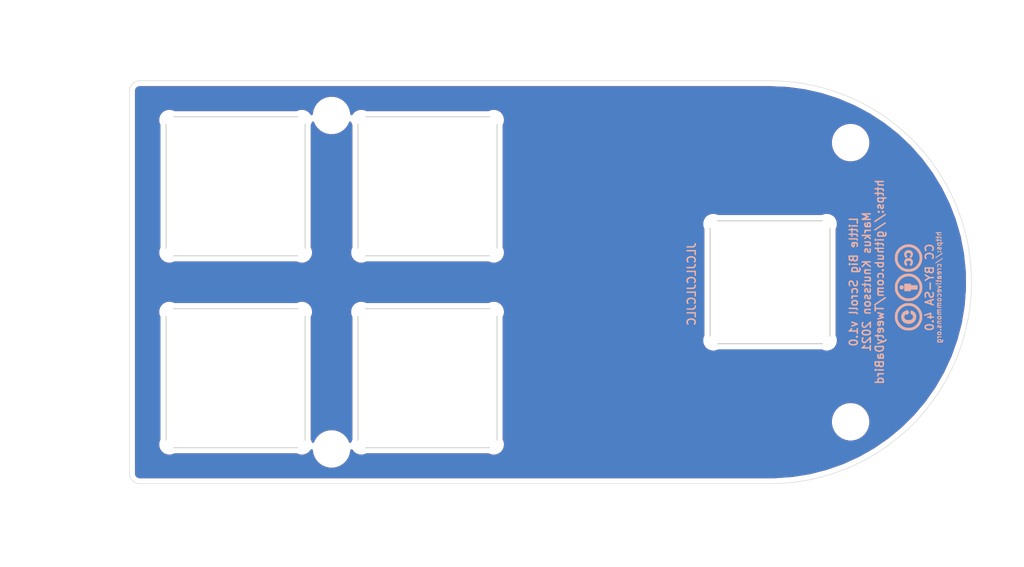
<source format=kicad_pcb>
(kicad_pcb (version 20171130) (host pcbnew "(5.1.9)-1")

  (general
    (thickness 1.6)
    (drawings 15)
    (tracks 0)
    (zones 0)
    (modules 10)
    (nets 1)
  )

  (page A4)
  (title_block
    (title "Little Big Scroll")
    (date 2021-11-30)
    (rev v1.0)
    (company "Markus Knutsson <markus.knutsson@tweety.se>")
    (comment 1 https://github.com/TweetyDaBird)
    (comment 2 "Licensed under Creative Commons Attribution-ShareAlike 4.0 International")
  )

  (layers
    (0 F.Cu signal)
    (31 B.Cu signal)
    (32 B.Adhes user hide)
    (33 F.Adhes user hide)
    (34 B.Paste user hide)
    (35 F.Paste user hide)
    (36 B.SilkS user)
    (37 F.SilkS user)
    (38 B.Mask user hide)
    (39 F.Mask user hide)
    (40 Dwgs.User user hide)
    (41 Cmts.User user hide)
    (42 Eco1.User user hide)
    (43 Eco2.User user hide)
    (44 Edge.Cuts user)
    (45 Margin user hide)
    (46 B.CrtYd user hide)
    (47 F.CrtYd user hide)
    (48 B.Fab user hide)
    (49 F.Fab user hide)
  )

  (setup
    (last_trace_width 0.25)
    (trace_clearance 0.2)
    (zone_clearance 0.508)
    (zone_45_only yes)
    (trace_min 0.2)
    (via_size 0.8)
    (via_drill 0.4)
    (via_min_size 0.4)
    (via_min_drill 0.3)
    (uvia_size 0.3)
    (uvia_drill 0.1)
    (uvias_allowed no)
    (uvia_min_size 0.2)
    (uvia_min_drill 0.1)
    (edge_width 0.05)
    (segment_width 0.2)
    (pcb_text_width 0.3)
    (pcb_text_size 1.5 1.5)
    (mod_edge_width 0.12)
    (mod_text_size 1 1)
    (mod_text_width 0.15)
    (pad_size 1.524 1.524)
    (pad_drill 0.762)
    (pad_to_mask_clearance 0)
    (aux_axis_origin 0 0)
    (visible_elements 7FFFFFFF)
    (pcbplotparams
      (layerselection 0x010fc_ffffffff)
      (usegerberextensions true)
      (usegerberattributes true)
      (usegerberadvancedattributes false)
      (creategerberjobfile false)
      (excludeedgelayer true)
      (linewidth 0.100000)
      (plotframeref false)
      (viasonmask false)
      (mode 1)
      (useauxorigin false)
      (hpglpennumber 1)
      (hpglpenspeed 20)
      (hpglpendiameter 15.000000)
      (psnegative false)
      (psa4output false)
      (plotreference true)
      (plotvalue false)
      (plotinvisibletext false)
      (padsonsilk false)
      (subtractmaskfromsilk true)
      (outputformat 1)
      (mirror false)
      (drillshape 0)
      (scaleselection 1)
      (outputdirectory "Gerbers/"))
  )

  (net 0 "")

  (net_class Default "This is the default net class."
    (clearance 0.2)
    (trace_width 0.25)
    (via_dia 0.8)
    (via_drill 0.4)
    (uvia_dia 0.3)
    (uvia_drill 0.1)
  )

  (net_class VCC ""
    (clearance 0.2)
    (trace_width 0.45)
    (via_dia 0.8)
    (via_drill 0.4)
    (uvia_dia 0.3)
    (uvia_drill 0.1)
  )

  (module keyswitches:RotaryEncoder_PlateHole_Placeholder (layer F.Cu) (tedit 61D5FD4F) (tstamp 619F23CE)
    (at 219.38 111.555 180)
    (descr "Alps rotary encoder, EC12E... with switch, vertical shaft, http://www.alps.com/prod/info/E/HTML/Encoder/Incremental/EC11/EC11E15204A3.html")
    (tags "rotary encoder")
    (path /61F0CC2E)
    (fp_text reference SW7 (at -4.7 -7.2) (layer F.Fab)
      (effects (font (size 1 1) (thickness 0.15)))
    )
    (fp_text value Rotary_Encoder_Switch (at 0 7.9) (layer F.Fab)
      (effects (font (size 1 1) (thickness 0.15)))
    )
    (fp_line (start 5.95 -6.1) (end 5.95 6.1) (layer Edge.Cuts) (width 0.12))
    (fp_line (start -5.95 -6.1) (end -5.95 6.1) (layer Edge.Cuts) (width 0.12))
    (fp_line (start 5.95 -6.1) (end -5.95 -6.1) (layer Edge.Cuts) (width 0.12))
    (fp_line (start 5.95 6.1) (end -5.95 6.1) (layer Edge.Cuts) (width 0.12))
    (pad "" np_thru_hole circle (at 5.6286 5.7786 180) (size 1 1) (drill 1) (layers *.Cu *.Mask))
    (pad "" np_thru_hole circle (at -5.6286 -5.7786 180) (size 1 1) (drill 1) (layers *.Cu *.Mask))
    (pad "" np_thru_hole circle (at -5.6286 5.7786 180) (size 1 1) (drill 1) (layers *.Cu *.Mask))
    (pad "" np_thru_hole circle (at 5.6286 -5.7786 180) (size 1 1) (drill 1) (layers *.Cu *.Mask))
    (model ${KISYS3DMOD}/Rotary_Encoder.3dshapes/RotaryEncoder_Alps_EC11E-Switch_Vertical_H20mm.wrl
      (at (xyz 0 0 0))
      (scale (xyz 1 1 1))
      (rotate (xyz 0 0 0))
    )
  )

  (module "Keyboard Library:CC_BY_SA_40" (layer B.Cu) (tedit 61A8945C) (tstamp 61A913A6)
    (at 233.06 112.11 270)
    (path /61A8B584)
    (fp_text reference Lic1 (at -0.24 2.42 90) (layer B.Fab) hide
      (effects (font (size 0.8 0.8) (thickness 0.15)) (justify mirror))
    )
    (fp_text value CC-BY-SA_4.0 (at -0.19 3.93 90) (layer B.Fab)
      (effects (font (size 0.8 0.8) (thickness 0.15)) (justify mirror))
    )
    (fp_poly (pts (xy 2.926022 0.651376) (xy 3.024018 0.638898) (xy 3.07798 0.626859) (xy 3.140861 0.606141)
      (xy 3.205826 0.576626) (xy 3.268999 0.540591) (xy 3.3265 0.500311) (xy 3.374452 0.458061)
      (xy 3.385369 0.446489) (xy 3.423185 0.398898) (xy 3.460707 0.341614) (xy 3.495292 0.279265)
      (xy 3.524295 0.21648) (xy 3.53882 0.17787) (xy 3.556121 0.112329) (xy 3.567883 0.037315)
      (xy 3.574001 -0.04319) (xy 3.574369 -0.1252) (xy 3.568882 -0.204732) (xy 3.557437 -0.277801)
      (xy 3.551491 -0.303091) (xy 3.519188 -0.400088) (xy 3.475356 -0.489302) (xy 3.420785 -0.569931)
      (xy 3.356263 -0.641174) (xy 3.282577 -0.70223) (xy 3.200517 -0.752298) (xy 3.11087 -0.790576)
      (xy 3.05567 -0.807069) (xy 3.00771 -0.816775) (xy 2.952305 -0.823985) (xy 2.894108 -0.828417)
      (xy 2.83777 -0.82979) (xy 2.787944 -0.827821) (xy 2.762686 -0.824849) (xy 2.67688 -0.804407)
      (xy 2.594728 -0.771928) (xy 2.51805 -0.728695) (xy 2.448667 -0.67599) (xy 2.388399 -0.615095)
      (xy 2.339066 -0.547292) (xy 2.319989 -0.513035) (xy 2.305521 -0.480487) (xy 2.290958 -0.44112)
      (xy 2.27745 -0.398847) (xy 2.266145 -0.357579) (xy 2.258193 -0.32123) (xy 2.254744 -0.293711)
      (xy 2.254686 -0.290742) (xy 2.256472 -0.287446) (xy 2.262886 -0.284959) (xy 2.275514 -0.283205)
      (xy 2.295941 -0.282107) (xy 2.325752 -0.28159) (xy 2.366533 -0.281577) (xy 2.419869 -0.281994)
      (xy 2.4343 -0.282145) (xy 2.613914 -0.284086) (xy 2.615091 -0.307507) (xy 2.621854 -0.34593)
      (xy 2.63697 -0.387443) (xy 2.657913 -0.425531) (xy 2.664392 -0.434584) (xy 2.699091 -0.468748)
      (xy 2.743663 -0.495431) (xy 2.795239 -0.514105) (xy 2.85095 -0.524242) (xy 2.907928 -0.525312)
      (xy 2.963304 -0.516788) (xy 3.012879 -0.498801) (xy 3.06281 -0.467461) (xy 3.105137 -0.425944)
      (xy 3.140539 -0.373315) (xy 3.169696 -0.308637) (xy 3.185113 -0.261458) (xy 3.191325 -0.238224)
      (xy 3.195769 -0.216245) (xy 3.198724 -0.192377) (xy 3.200468 -0.163474) (xy 3.201281 -0.126393)
      (xy 3.20144 -0.077989) (xy 3.201439 -0.077257) (xy 3.200491 -0.01359) (xy 3.197513 0.038723)
      (xy 3.192004 0.082761) (xy 3.183461 0.121603) (xy 3.17138 0.158328) (xy 3.157695 0.19075)
      (xy 3.125704 0.245065) (xy 3.084906 0.287986) (xy 3.035798 0.319257) (xy 2.97888 0.338624)
      (xy 2.914649 0.345829) (xy 2.860863 0.34297) (xy 2.817995 0.336821) (xy 2.784672 0.328958)
      (xy 2.755927 0.317911) (xy 2.730412 0.304351) (xy 2.6901 0.273499) (xy 2.656081 0.233431)
      (xy 2.631385 0.18825) (xy 2.621481 0.156786) (xy 2.61639 0.1332) (xy 2.664138 0.1332)
      (xy 2.690108 0.13266) (xy 2.704659 0.130493) (xy 2.710863 0.125878) (xy 2.711886 0.120426)
      (xy 2.706896 0.111906) (xy 2.693048 0.095102) (xy 2.67202 0.071704) (xy 2.645492 0.0434)
      (xy 2.615144 0.01188) (xy 2.582654 -0.021167) (xy 2.549703 -0.054051) (xy 2.51797 -0.085084)
      (xy 2.489134 -0.112577) (xy 2.464875 -0.134839) (xy 2.446872 -0.150183) (xy 2.436804 -0.156918)
      (xy 2.435969 -0.157086) (xy 2.427528 -0.152065) (xy 2.410855 -0.138129) (xy 2.387628 -0.116968)
      (xy 2.359526 -0.090272) (xy 2.328225 -0.059732) (xy 2.295405 -0.027037) (xy 2.262742 0.006122)
      (xy 2.231914 0.038055) (xy 2.2046 0.067072) (xy 2.182476 0.091482) (xy 2.167221 0.109597)
      (xy 2.160513 0.119724) (xy 2.160343 0.120572) (xy 2.16224 0.127131) (xy 2.16988 0.130963)
      (xy 2.186185 0.132757) (xy 2.213947 0.1332) (xy 2.267552 0.1332) (xy 2.272459 0.165922)
      (xy 2.281121 0.205192) (xy 2.295752 0.251724) (xy 2.314597 0.300489) (xy 2.334478 0.343657)
      (xy 2.379798 0.417968) (xy 2.435421 0.482847) (xy 2.500284 0.537888) (xy 2.573325 0.582688)
      (xy 2.653482 0.616841) (xy 2.739692 0.639943) (xy 2.830893 0.65159) (xy 2.926022 0.651376)) (layer B.SilkS) (width 0.01))
    (fp_poly (pts (xy -0.008247 0.810637) (xy 0.015762 0.808152) (xy 0.035917 0.802684) (xy 0.057538 0.793148)
      (xy 0.064578 0.789601) (xy 0.099906 0.7674) (xy 0.125046 0.740918) (xy 0.14144 0.70758)
      (xy 0.150529 0.664813) (xy 0.153175 0.631372) (xy 0.153555 0.593754) (xy 0.151636 0.559446)
      (xy 0.147731 0.533797) (xy 0.147359 0.532343) (xy 0.13232 0.499676) (xy 0.107019 0.468478)
      (xy 0.0755 0.442672) (xy 0.041805 0.426184) (xy 0.036429 0.42466) (xy 0.002203 0.419237)
      (xy -0.039229 0.417265) (xy -0.081268 0.418724) (xy -0.117315 0.423592) (xy -0.124094 0.425199)
      (xy -0.148417 0.436259) (xy -0.175765 0.456063) (xy -0.186918 0.466177) (xy -0.209239 0.491076)
      (xy -0.224314 0.517069) (xy -0.233124 0.547461) (xy -0.236654 0.585557) (xy -0.236032 0.631372)
      (xy -0.230855 0.68151) (xy -0.219294 0.720574) (xy -0.199907 0.751139) (xy -0.171253 0.775778)
      (xy -0.147435 0.789601) (xy -0.124451 0.80047) (xy -0.104421 0.806968) (xy -0.082028 0.810179)
      (xy -0.051951 0.811189) (xy -0.041428 0.811224) (xy -0.008247 0.810637)) (layer B.SilkS) (width 0.01))
    (fp_poly (pts (xy 0.037166 0.358141) (xy 0.10256 0.357943) (xy 0.156064 0.357421) (xy 0.198991 0.356415)
      (xy 0.232655 0.354768) (xy 0.258368 0.35232) (xy 0.277442 0.348915) (xy 0.29119 0.344393)
      (xy 0.300925 0.338596) (xy 0.307958 0.331366) (xy 0.313604 0.322545) (xy 0.317677 0.314866)
      (xy 0.320463 0.307632) (xy 0.32275 0.296834) (xy 0.324585 0.281131) (xy 0.326014 0.259181)
      (xy 0.327082 0.229641) (xy 0.327838 0.19117) (xy 0.328325 0.142427) (xy 0.328592 0.082069)
      (xy 0.328684 0.008754) (xy 0.328686 -0.004325) (xy 0.328686 -0.302229) (xy 0.176434 -0.302229)
      (xy 0.174545 -0.630614) (xy 0.172657 -0.959) (xy -0.038297 -0.960922) (xy -0.092244 -0.961248)
      (xy -0.141432 -0.961228) (xy -0.184004 -0.960889) (xy -0.218099 -0.960257) (xy -0.241861 -0.959357)
      (xy -0.25343 -0.958216) (xy -0.254197 -0.957898) (xy -0.25522 -0.949837) (xy -0.256171 -0.928742)
      (xy -0.257028 -0.896095) (xy -0.25777 -0.853375) (xy -0.258374 -0.802063) (xy -0.258818 -0.74364)
      (xy -0.259079 -0.679586) (xy -0.259143 -0.627591) (xy -0.259143 -0.302229) (xy -0.411543 -0.302229)
      (xy -0.411543 -0.004325) (xy -0.411475 0.071196) (xy -0.411239 0.133546) (xy -0.41079 0.184065)
      (xy -0.410081 0.224096) (xy -0.409066 0.25498) (xy -0.407698 0.27806) (xy -0.405931 0.294677)
      (xy -0.40372 0.306172) (xy -0.401017 0.313888) (xy -0.400534 0.314866) (xy -0.39507 0.324972)
      (xy -0.389193 0.33337) (xy -0.381591 0.340216) (xy -0.37095 0.34567) (xy -0.355959 0.34989)
      (xy -0.335304 0.353034) (xy -0.307674 0.355261) (xy -0.271755 0.356729) (xy -0.226235 0.357595)
      (xy -0.169801 0.358019) (xy -0.101141 0.358158) (xy -0.041428 0.358171) (xy 0.037166 0.358141)) (layer B.SilkS) (width 0.01))
    (fp_poly (pts (xy -2.516114 0.356123) (xy -2.4467 0.349329) (xy -2.387015 0.335194) (xy -2.333734 0.312719)
      (xy -2.296787 0.290347) (xy -2.271649 0.270987) (xy -2.245306 0.247145) (xy -2.220136 0.221433)
      (xy -2.198517 0.196465) (xy -2.182827 0.174853) (xy -2.175441 0.159209) (xy -2.175168 0.156706)
      (xy -2.180648 0.148247) (xy -2.19741 0.135587) (xy -2.22615 0.118268) (xy -2.267564 0.095833)
      (xy -2.269193 0.09498) (xy -2.363079 0.045874) (xy -2.393159 0.086592) (xy -2.425063 0.121679)
      (xy -2.460248 0.143617) (xy -2.501248 0.153748) (xy -2.52179 0.154812) (xy -2.570586 0.148715)
      (xy -2.611786 0.130512) (xy -2.644468 0.100984) (xy -2.66771 0.060913) (xy -2.678937 0.021518)
      (xy -2.681579 -0.002373) (xy -2.683145 -0.035828) (xy -2.683614 -0.073933) (xy -2.682969 -0.111775)
      (xy -2.681191 -0.144442) (xy -2.679622 -0.15917) (xy -2.668683 -0.197401) (xy -2.648279 -0.234445)
      (xy -2.621341 -0.26635) (xy -2.590803 -0.289165) (xy -2.579142 -0.294526) (xy -2.55244 -0.300278)
      (xy -2.518191 -0.301939) (xy -2.482726 -0.299668) (xy -2.452376 -0.293621) (xy -2.445504 -0.291211)
      (xy -2.430415 -0.283302) (xy -2.415505 -0.270871) (xy -2.398779 -0.251722) (xy -2.378243 -0.22366)
      (xy -2.360888 -0.198072) (xy -2.356569 -0.193112) (xy -2.350483 -0.191218) (xy -2.340429 -0.193092)
      (xy -2.324207 -0.199436) (xy -2.299619 -0.210954) (xy -2.264463 -0.228346) (xy -2.261669 -0.229742)
      (xy -2.228816 -0.246239) (xy -2.200903 -0.260404) (xy -2.18036 -0.270992) (xy -2.169618 -0.27676)
      (xy -2.168652 -0.277379) (xy -2.169818 -0.28542) (xy -2.178965 -0.301375) (xy -2.194086 -0.322625)
      (xy -2.213179 -0.34655) (xy -2.234238 -0.370532) (xy -2.255257 -0.391949) (xy -2.259017 -0.395454)
      (xy -2.318818 -0.441312) (xy -2.385086 -0.476075) (xy -2.439625 -0.494413) (xy -2.477086 -0.500817)
      (xy -2.522791 -0.503992) (xy -2.570811 -0.503839) (xy -2.615219 -0.500262) (xy -2.632228 -0.497551)
      (xy -2.700098 -0.477645) (xy -2.763203 -0.445781) (xy -2.819348 -0.403594) (xy -2.866338 -0.352717)
      (xy -2.900373 -0.298076) (xy -2.921479 -0.249659) (xy -2.935695 -0.202011) (xy -2.94397 -0.150595)
      (xy -2.947258 -0.090873) (xy -2.947413 -0.073629) (xy -2.94438 0.000853) (xy -2.934434 0.06461)
      (xy -2.916664 0.120133) (xy -2.890161 0.169911) (xy -2.854014 0.216435) (xy -2.833695 0.237628)
      (xy -2.778467 0.285415) (xy -2.721787 0.320276) (xy -2.661257 0.343106) (xy -2.594479 0.3548)
      (xy -2.519054 0.356252) (xy -2.516114 0.356123)) (layer B.SilkS) (width 0.01))
    (fp_poly (pts (xy -3.243366 0.352482) (xy -3.170065 0.335739) (xy -3.104734 0.308278) (xy -3.066782 0.284533)
      (xy -3.041582 0.263871) (xy -3.016778 0.239445) (xy -2.994178 0.213616) (xy -2.975588 0.188745)
      (xy -2.962815 0.167192) (xy -2.957666 0.151319) (xy -2.959743 0.14469) (xy -2.966781 0.140652)
      (xy -2.984334 0.131127) (xy -3.010065 0.117368) (xy -3.041634 0.100629) (xy -3.056287 0.092899)
      (xy -3.092968 0.073751) (xy -3.118977 0.060806) (xy -3.136385 0.053321) (xy -3.147264 0.050554)
      (xy -3.153686 0.051761) (xy -3.157723 0.056201) (xy -3.157887 0.056473) (xy -3.187 0.098888)
      (xy -3.217052 0.128319) (xy -3.250258 0.146244) (xy -3.288835 0.154136) (xy -3.305562 0.154812)
      (xy -3.350018 0.149828) (xy -3.386755 0.133813) (xy -3.417197 0.105778) (xy -3.442767 0.064736)
      (xy -3.446454 0.057) (xy -3.453663 0.039634) (xy -3.458473 0.022352) (xy -3.46135 0.001616)
      (xy -3.462759 -0.026113) (xy -3.463168 -0.064373) (xy -3.463171 -0.07) (xy -3.462854 -0.109817)
      (xy -3.461591 -0.138666) (xy -3.458917 -0.160087) (xy -3.454367 -0.177618) (xy -3.447475 -0.194798)
      (xy -3.446471 -0.197) (xy -3.423808 -0.235827) (xy -3.395724 -0.267886) (xy -3.365414 -0.289662)
      (xy -3.35999 -0.292208) (xy -3.325824 -0.300825) (xy -3.285836 -0.301868) (xy -3.246405 -0.295626)
      (xy -3.220168 -0.2859) (xy -3.196558 -0.269054) (xy -3.171947 -0.244053) (xy -3.150897 -0.216149)
      (xy -3.138348 -0.191722) (xy -3.131901 -0.189844) (xy -3.115467 -0.194495) (xy -3.088174 -0.205988)
      (xy -3.055748 -0.221389) (xy -3.015752 -0.240995) (xy -2.987219 -0.255545) (xy -2.968679 -0.266563)
      (xy -2.958661 -0.275578) (xy -2.955693 -0.284117) (xy -2.958306 -0.293708) (xy -2.965027 -0.305877)
      (xy -2.968585 -0.311891) (xy -2.989227 -0.340212) (xy -3.018873 -0.372115) (xy -3.053778 -0.40424)
      (xy -3.090197 -0.433231) (xy -3.124386 -0.455728) (xy -3.135623 -0.461687) (xy -3.208504 -0.489188)
      (xy -3.28561 -0.503308) (xy -3.365072 -0.503838) (xy -3.428513 -0.49446) (xy -3.488911 -0.474741)
      (xy -3.548195 -0.443229) (xy -3.602787 -0.402433) (xy -3.649108 -0.354863) (xy -3.671515 -0.324)
      (xy -3.683983 -0.300863) (xy -3.697714 -0.269953) (xy -3.709992 -0.237453) (xy -3.711388 -0.233286)
      (xy -3.719487 -0.206943) (xy -3.724964 -0.183396) (xy -3.728326 -0.158566) (xy -3.730081 -0.128374)
      (xy -3.730736 -0.088743) (xy -3.730786 -0.077257) (xy -3.728003 -0.00174) (xy -3.718599 0.062787)
      (xy -3.701717 0.118654) (xy -3.676498 0.168191) (xy -3.642086 0.213729) (xy -3.612549 0.244022)
      (xy -3.553499 0.291822) (xy -3.491444 0.326129) (xy -3.424419 0.347719) (xy -3.350453 0.357366)
      (xy -3.32309 0.358064) (xy -3.243366 0.352482)) (layer B.SilkS) (width 0.01))
    (fp_poly (pts (xy 2.94454 1.279734) (xy 2.997844 1.279382) (xy 3.040793 1.278668) (xy 3.075465 1.27749)
      (xy 3.103939 1.275743) (xy 3.128293 1.273323) (xy 3.150607 1.270128) (xy 3.172958 1.266054)
      (xy 3.178832 1.264879) (xy 3.280827 1.239555) (xy 3.37985 1.205195) (xy 3.477926 1.160839)
      (xy 3.577084 1.105527) (xy 3.679351 1.038301) (xy 3.720587 1.008594) (xy 3.764433 0.972956)
      (xy 3.813203 0.92767) (xy 3.864367 0.875543) (xy 3.9154 0.819382) (xy 3.963771 0.761994)
      (xy 4.006953 0.706186) (xy 4.042417 0.654765) (xy 4.049469 0.643437) (xy 4.073843 0.600336)
      (xy 4.100282 0.548614) (xy 4.126601 0.492966) (xy 4.15062 0.438088) (xy 4.170155 0.388675)
      (xy 4.177039 0.369057) (xy 4.190613 0.326737) (xy 4.201613 0.288304) (xy 4.210301 0.2515)
      (xy 4.216941 0.214067) (xy 4.221796 0.173748) (xy 4.225128 0.128283) (xy 4.227202 0.075416)
      (xy 4.228279 0.012888) (xy 4.228624 -0.061558) (xy 4.228629 -0.073629) (xy 4.228533 -0.140084)
      (xy 4.228179 -0.194058) (xy 4.227471 -0.237582) (xy 4.226309 -0.272687) (xy 4.224596 -0.301405)
      (xy 4.222233 -0.325767) (xy 4.219124 -0.347805) (xy 4.215169 -0.369551) (xy 4.214104 -0.374853)
      (xy 4.181174 -0.501314) (xy 4.134702 -0.623636) (xy 4.074509 -0.742168) (xy 4.000416 -0.857262)
      (xy 3.913129 -0.968243) (xy 3.865764 -1.021024) (xy 3.819902 -1.066771) (xy 3.771836 -1.108724)
      (xy 3.717857 -1.150123) (xy 3.655314 -1.193502) (xy 3.537108 -1.265438) (xy 3.415141 -1.326069)
      (xy 3.291613 -1.374416) (xy 3.169086 -1.409419) (xy 3.143138 -1.413562) (xy 3.105199 -1.417132)
      (xy 3.057782 -1.420095) (xy 3.003401 -1.422419) (xy 2.944569 -1.424071) (xy 2.8838 -1.425019)
      (xy 2.823606 -1.42523) (xy 2.7665 -1.424672) (xy 2.714997 -1.423311) (xy 2.671609 -1.421117)
      (xy 2.63885 -1.418055) (xy 2.628429 -1.416421) (xy 2.5248 -1.392008) (xy 2.420898 -1.358602)
      (xy 2.320366 -1.31768) (xy 2.22685 -1.270721) (xy 2.146827 -1.221172) (xy 2.121409 -1.203657)
      (xy 2.099551 -1.188742) (xy 2.084728 -1.178792) (xy 2.081518 -1.176714) (xy 2.045777 -1.151402)
      (xy 2.00386 -1.116977) (xy 1.958354 -1.075898) (xy 1.911847 -1.030622) (xy 1.866926 -0.983609)
      (xy 1.826178 -0.937315) (xy 1.814169 -0.922714) (xy 1.729674 -0.807064) (xy 1.65867 -0.686399)
      (xy 1.601274 -0.560962) (xy 1.557601 -0.430992) (xy 1.538477 -0.353029) (xy 1.533703 -0.321569)
      (xy 1.52988 -0.278251) (xy 1.527009 -0.2257) (xy 1.52509 -0.166539) (xy 1.524121 -0.103395)
      (xy 1.524113 -0.07) (xy 1.779914 -0.07) (xy 1.784222 -0.186908) (xy 1.797643 -0.294046)
      (xy 1.820527 -0.393215) (xy 1.853219 -0.486212) (xy 1.866033 -0.515448) (xy 1.886278 -0.55478)
      (xy 1.913038 -0.599899) (xy 1.944554 -0.648414) (xy 1.979065 -0.697934) (xy 2.014813 -0.746069)
      (xy 2.050037 -0.790428) (xy 2.082976 -0.82862) (xy 2.111873 -0.858255) (xy 2.129228 -0.872983)
      (xy 2.149999 -0.889187) (xy 2.175102 -0.909892) (xy 2.193 -0.925286) (xy 2.270086 -0.985781)
      (xy 2.355185 -1.039445) (xy 2.445147 -1.084748) (xy 2.536824 -1.120163) (xy 2.627065 -1.14416)
      (xy 2.653829 -1.148974) (xy 2.75161 -1.161792) (xy 2.842501 -1.16764) (xy 2.9323 -1.166591)
      (xy 3.026807 -1.158718) (xy 3.063857 -1.154126) (xy 3.170228 -1.133737) (xy 3.271561 -1.101222)
      (xy 3.370293 -1.055696) (xy 3.431601 -1.020341) (xy 3.470763 -0.994465) (xy 3.516233 -0.961899)
      (xy 3.563739 -0.92589) (xy 3.609009 -0.889683) (xy 3.647769 -0.856525) (xy 3.650766 -0.853826)
      (xy 3.680189 -0.824054) (xy 3.714515 -0.784139) (xy 3.751755 -0.736708) (xy 3.789917 -0.68439)
      (xy 3.827012 -0.629814) (xy 3.859613 -0.578) (xy 3.870707 -0.556582) (xy 3.88457 -0.525518)
      (xy 3.899532 -0.48898) (xy 3.913924 -0.45114) (xy 3.926076 -0.41617) (xy 3.931739 -0.397806)
      (xy 3.948148 -0.326927) (xy 3.960235 -0.245975) (xy 3.967815 -0.158791) (xy 3.970701 -0.069215)
      (xy 3.968708 0.018914) (xy 3.961649 0.101755) (xy 3.957402 0.132318) (xy 3.932407 0.245264)
      (xy 3.893532 0.354846) (xy 3.841152 0.460428) (xy 3.775644 0.561372) (xy 3.697383 0.657039)
      (xy 3.606745 0.746794) (xy 3.582743 0.767768) (xy 3.482858 0.844782) (xy 3.379736 0.908333)
      (xy 3.274044 0.958034) (xy 3.219886 0.977754) (xy 3.146911 0.996993) (xy 3.064011 1.010684)
      (xy 2.974381 1.018859) (xy 2.881218 1.02155) (xy 2.787718 1.018789) (xy 2.697078 1.010608)
      (xy 2.612494 0.99704) (xy 2.537162 0.978115) (xy 2.514811 0.970677) (xy 2.466472 0.9513)
      (xy 2.413255 0.926489) (xy 2.359916 0.898712) (xy 2.311209 0.870439) (xy 2.273842 0.845574)
      (xy 2.237189 0.817492) (xy 2.197301 0.784762) (xy 2.156753 0.749704) (xy 2.118119 0.714642)
      (xy 2.083974 0.681898) (xy 2.05689 0.653794) (xy 2.042599 0.636947) (xy 1.977085 0.547989)
      (xy 1.922546 0.465347) (xy 1.878174 0.386854) (xy 1.843166 0.310343) (xy 1.816716 0.233649)
      (xy 1.79802 0.154604) (xy 1.786272 0.071044) (xy 1.780668 -0.019199) (xy 1.779914 -0.07)
      (xy 1.524113 -0.07) (xy 1.524104 -0.038892) (xy 1.525039 0.024345) (xy 1.526925 0.083692)
      (xy 1.529762 0.136524) (xy 1.533551 0.180215) (xy 1.538291 0.212142) (xy 1.538477 0.213028)
      (xy 1.57179 0.33619) (xy 1.618483 0.457966) (xy 1.67743 0.576592) (xy 1.747501 0.690308)
      (xy 1.827567 0.797351) (xy 1.916502 0.895959) (xy 2.013176 0.98437) (xy 2.052224 1.01532)
      (xy 2.131582 1.072859) (xy 2.206163 1.120704) (xy 2.279716 1.160907) (xy 2.35599 1.195521)
      (xy 2.437246 1.226085) (xy 2.479764 1.240254) (xy 2.518294 1.251729) (xy 2.555109 1.260785)
      (xy 2.592479 1.2677) (xy 2.632677 1.272749) (xy 2.677973 1.27621) (xy 2.730641 1.278358)
      (xy 2.79295 1.279471) (xy 2.867173 1.279824) (xy 2.8788 1.279828) (xy 2.94454 1.279734)) (layer B.SilkS) (width 0.01))
    (fp_poly (pts (xy 0.026093 1.279569) (xy 0.08757 1.278896) (xy 0.13898 1.277462) (xy 0.182545 1.275036)
      (xy 0.220489 1.271384) (xy 0.255032 1.266274) (xy 0.288397 1.259472) (xy 0.322806 1.250746)
      (xy 0.360483 1.239863) (xy 0.375139 1.235413) (xy 0.461392 1.205654) (xy 0.543829 1.169924)
      (xy 0.625625 1.126581) (xy 0.709954 1.073985) (xy 0.775 1.02876) (xy 0.811688 1.000214)
      (xy 0.853513 0.964304) (xy 0.897507 0.923893) (xy 0.940697 0.881842) (xy 0.980114 0.841013)
      (xy 1.012785 0.804267) (xy 1.028549 0.784529) (xy 1.048709 0.757774) (xy 1.07054 0.728986)
      (xy 1.08001 0.716569) (xy 1.120058 0.65844) (xy 1.16002 0.589878) (xy 1.197981 0.514846)
      (xy 1.23203 0.437309) (xy 1.260251 0.361231) (xy 1.275171 0.312228) (xy 1.286862 0.26796)
      (xy 1.296175 0.22843) (xy 1.303334 0.191191) (xy 1.308563 0.153794) (xy 1.312086 0.113792)
      (xy 1.314127 0.068737) (xy 1.314909 0.016182) (xy 1.314656 -0.046321) (xy 1.313782 -0.109914)
      (xy 1.312685 -0.172079) (xy 1.311546 -0.221931) (xy 1.310195 -0.261673) (xy 1.308464 -0.293506)
      (xy 1.306183 -0.319633) (xy 1.303182 -0.342255) (xy 1.299294 -0.363573) (xy 1.294348 -0.38579)
      (xy 1.291756 -0.396572) (xy 1.252961 -0.528941) (xy 1.202989 -0.652584) (xy 1.141144 -0.768817)
      (xy 1.066728 -0.878957) (xy 0.982277 -0.980772) (xy 0.903633 -1.059058) (xy 0.813629 -1.134259)
      (xy 0.715377 -1.204355) (xy 0.611993 -1.267329) (xy 0.506589 -1.321164) (xy 0.402281 -1.363842)
      (xy 0.378443 -1.371976) (xy 0.327918 -1.387846) (xy 0.282176 -1.400421) (xy 0.238471 -1.410053)
      (xy 0.194059 -1.41709) (xy 0.146194 -1.421884) (xy 0.092131 -1.424784) (xy 0.029124 -1.426142)
      (xy -0.045572 -1.426307) (xy -0.04724 -1.426301) (xy -0.128041 -1.425472) (xy -0.19451 -1.423702)
      (xy -0.246601 -1.420991) (xy -0.284271 -1.417341) (xy -0.2953 -1.415617) (xy -0.394 -1.392362)
      (xy -0.496328 -1.358599) (xy -0.598166 -1.316092) (xy -0.695395 -1.266605) (xy -0.783897 -1.211905)
      (xy -0.804401 -1.197459) (xy -0.823498 -1.184209) (xy -0.837819 -1.175357) (xy -0.843071 -1.173086)
      (xy -0.851904 -1.168436) (xy -0.86907 -1.155762) (xy -0.892327 -1.136976) (xy -0.91943 -1.113992)
      (xy -0.948133 -1.088723) (xy -0.976194 -1.063082) (xy -1.001367 -1.038982) (xy -1.007082 -1.033285)
      (xy -1.103242 -0.926524) (xy -1.187232 -0.812358) (xy -1.258687 -0.691445) (xy -1.317243 -0.564441)
      (xy -1.362535 -0.432002) (xy -1.380933 -0.360286) (xy -1.385112 -0.334126) (xy -1.388799 -0.296048)
      (xy -1.391941 -0.24864) (xy -1.394486 -0.194492) (xy -1.396383 -0.136193) (xy -1.397578 -0.076332)
      (xy -1.397733 -0.055579) (xy -1.137628 -0.055579) (xy -1.135808 -0.150235) (xy -1.12745 -0.241235)
      (xy -1.112556 -0.324795) (xy -1.103542 -0.359585) (xy -1.062221 -0.476464) (xy -1.00787 -0.58808)
      (xy -0.941328 -0.693444) (xy -0.863435 -0.79157) (xy -0.77503 -0.881467) (xy -0.676952 -0.962149)
      (xy -0.570043 -1.032627) (xy -0.498935 -1.071144) (xy -0.423026 -1.10535) (xy -0.349576 -1.130146)
      (xy -0.272175 -1.14749) (xy -0.226486 -1.154446) (xy -0.157341 -1.16262) (xy -0.096707 -1.167401)
      (xy -0.039944 -1.16878) (xy 0.017586 -1.166748) (xy 0.080523 -1.161295) (xy 0.143629 -1.153717)
      (xy 0.235013 -1.137536) (xy 0.321391 -1.113058) (xy 0.405092 -1.079237) (xy 0.488447 -1.035026)
      (xy 0.573785 -0.97938) (xy 0.637114 -0.932154) (xy 0.735463 -0.846802) (xy 0.821768 -0.753814)
      (xy 0.895701 -0.653568) (xy 0.936661 -0.585257) (xy 0.966594 -0.523978) (xy 0.993946 -0.455129)
      (xy 1.01719 -0.383441) (xy 1.034799 -0.313646) (xy 1.045248 -0.250475) (xy 1.045532 -0.2478)
      (xy 1.048525 -0.207285) (xy 1.050298 -0.158109) (xy 1.050918 -0.103394) (xy 1.050449 -0.046264)
      (xy 1.048958 0.010156) (xy 1.04651 0.062745) (xy 1.043171 0.108379) (xy 1.039007 0.143933)
      (xy 1.037056 0.154971) (xy 1.006424 0.269003) (xy 0.962547 0.379421) (xy 0.906488 0.485025)
      (xy 0.839315 0.584615) (xy 0.762094 0.676991) (xy 0.67589 0.760951) (xy 0.581769 0.835297)
      (xy 0.480798 0.898828) (xy 0.374041 0.950343) (xy 0.309339 0.974426) (xy 0.237381 0.99385)
      (xy 0.155918 1.008139) (xy 0.068039 1.017287) (xy -0.023167 1.021285) (xy -0.11461 1.020127)
      (xy -0.203202 1.013805) (xy -0.285853 1.002311) (xy -0.359475 0.985638) (xy -0.389771 0.976118)
      (xy -0.495295 0.932043) (xy -0.598257 0.87488) (xy -0.696805 0.80604) (xy -0.789085 0.726932)
      (xy -0.873244 0.638967) (xy -0.934558 0.561678) (xy -0.973951 0.502) (xy -1.012462 0.433814)
      (xy -1.047894 0.361656) (xy -1.078047 0.29006) (xy -1.100723 0.223562) (xy -1.103845 0.212467)
      (xy -1.121649 0.129557) (xy -1.13291 0.038946) (xy -1.137628 -0.055579) (xy -1.397733 -0.055579)
      (xy -1.398019 -0.017497) (xy -1.397655 0.037721) (xy -1.396433 0.086734) (xy -1.3943 0.126954)
      (xy -1.391334 0.154971) (xy -1.381584 0.208002) (xy -1.368503 0.265798) (xy -1.353475 0.322916)
      (xy -1.337886 0.373913) (xy -1.329922 0.396455) (xy -1.311559 0.441003) (xy -1.288259 0.491075)
      (xy -1.261604 0.543812) (xy -1.233172 0.596353) (xy -1.204544 0.645838) (xy -1.177299 0.689406)
      (xy -1.153018 0.724196) (xy -1.140087 0.740169) (xy -1.129829 0.752403) (xy -1.113302 0.772796)
      (xy -1.093155 0.798059) (xy -1.07986 0.814916) (xy -1.012793 0.891097) (xy -0.933816 0.964993)
      (xy -0.845523 1.034818) (xy -0.750511 1.098784) (xy -0.651374 1.155103) (xy -0.550707 1.201989)
      (xy -0.47882 1.228874) (xy -0.437691 1.24221) (xy -0.400986 1.253002) (xy -0.366448 1.261517)
      (xy -0.331822 1.26802) (xy -0.294853 1.272778) (xy -0.253284 1.276056) (xy -0.204859 1.27812)
      (xy -0.147324 1.279237) (xy -0.078421 1.279672) (xy -0.047673 1.279715) (xy 0.026093 1.279569)) (layer B.SilkS) (width 0.01))
    (fp_poly (pts (xy -2.889956 1.279658) (xy -2.836071 1.279349) (xy -2.792615 1.278689) (xy -2.757545 1.277578)
      (xy -2.728818 1.275918) (xy -2.704393 1.273608) (xy -2.682225 1.270551) (xy -2.660274 1.266646)
      (xy -2.651511 1.264909) (xy -2.529263 1.232956) (xy -2.408913 1.187364) (xy -2.291811 1.128995)
      (xy -2.17931 1.058713) (xy -2.072758 0.977383) (xy -1.973507 0.885868) (xy -1.882906 0.785033)
      (xy -1.863753 0.761023) (xy -1.788117 0.652511) (xy -1.723004 0.53485) (xy -1.669125 0.409587)
      (xy -1.62719 0.278269) (xy -1.610973 0.211049) (xy -1.60628 0.180323) (xy -1.602522 0.137696)
      (xy -1.599698 0.085754) (xy -1.597805 0.027081) (xy -1.596841 -0.03574) (xy -1.596803 -0.100123)
      (xy -1.597689 -0.163485) (xy -1.599498 -0.223241) (xy -1.602226 -0.276808) (xy -1.605871 -0.321601)
      (xy -1.610431 -0.355035) (xy -1.611486 -0.360286) (xy -1.64833 -0.497154) (xy -1.697853 -0.626971)
      (xy -1.760018 -0.749671) (xy -1.834791 -0.86519) (xy -1.922136 -0.973461) (xy -1.977197 -1.031573)
      (xy -2.017604 -1.070411) (xy -2.05742 -1.105987) (xy -2.094141 -1.136204) (xy -2.125263 -1.158966)
      (xy -2.140582 -1.168378) (xy -2.153333 -1.17599) (xy -2.174837 -1.189472) (xy -2.201731 -1.206696)
      (xy -2.2222 -1.219995) (xy -2.310664 -1.27199) (xy -2.408928 -1.319453) (xy -2.512533 -1.360573)
      (xy -2.617024 -1.393538) (xy -2.695054 -1.41218) (xy -2.720194 -1.416909) (xy -2.74449 -1.420516)
      (xy -2.770395 -1.423134) (xy -2.800359 -1.424896) (xy -2.836835 -1.425933) (xy -2.882273 -1.426378)
      (xy -2.939125 -1.426364) (xy -2.956311 -1.426301) (xy -3.02893 -1.425541) (xy -3.090934 -1.423942)
      (xy -3.141262 -1.421549) (xy -3.178851 -1.418409) (xy -3.196061 -1.415968) (xy -3.315957 -1.387364)
      (xy -3.43614 -1.345794) (xy -3.553692 -1.292449) (xy -3.665697 -1.228517) (xy -3.682904 -1.217388)
      (xy -3.710295 -1.199588) (xy -3.733078 -1.185202) (xy -3.748635 -1.175855) (xy -3.754231 -1.173086)
      (xy -3.76255 -1.168486) (xy -3.779222 -1.155996) (xy -3.801941 -1.137581) (xy -3.828405 -1.115206)
      (xy -3.85631 -1.090837) (xy -3.883353 -1.066438) (xy -3.907229 -1.043976) (xy -3.917738 -1.033602)
      (xy -4.01181 -0.928846) (xy -4.093833 -0.816656) (xy -4.164092 -0.696517) (xy -4.222875 -0.567913)
      (xy -4.270467 -0.43033) (xy -4.287751 -0.367543) (xy -4.292499 -0.347545) (xy -4.296273 -0.327546)
      (xy -4.299223 -0.30543) (xy -4.301496 -0.27908) (xy -4.303243 -0.246382) (xy -4.304611 -0.205217)
      (xy -4.305751 -0.153471) (xy -4.30666 -0.099029) (xy -4.3071 -0.068537) (xy -4.047591 -0.068537)
      (xy -4.041307 -0.190295) (xy -4.021376 -0.310203) (xy -3.988105 -0.426751) (xy -3.941798 -0.53843)
      (xy -3.907348 -0.6034) (xy -3.852121 -0.690668) (xy -3.791283 -0.770045) (xy -3.722657 -0.843862)
      (xy -3.644069 -0.914445) (xy -3.553342 -0.984124) (xy -3.548075 -0.987892) (xy -3.510451 -1.012046)
      (xy -3.463154 -1.038394) (xy -3.410392 -1.064888) (xy -3.356376 -1.089484) (xy -3.305315 -1.110137)
      (xy -3.27434 -1.120912) (xy -3.192173 -1.141907) (xy -3.100565 -1.156307) (xy -3.003126 -1.163866)
      (xy -2.903466 -1.164341) (xy -2.805194 -1.157487) (xy -2.779827 -1.154409) (xy -2.689657 -1.13874)
      (xy -2.606875 -1.116033) (xy -2.525331 -1.08449) (xy -2.497971 -1.07199) (xy -2.386123 -1.011803)
      (xy -2.28226 -0.941085) (xy -2.187447 -0.860864) (xy -2.102745 -0.77217) (xy -2.02922 -0.676032)
      (xy -1.967933 -0.573478) (xy -1.953871 -0.545343) (xy -1.934342 -0.501183) (xy -1.915189 -0.451741)
      (xy -1.897893 -0.401377) (xy -1.883936 -0.354454) (xy -1.874798 -0.315332) (xy -1.873784 -0.309486)
      (xy -1.869829 -0.286091) (xy -1.866255 -0.266756) (xy -1.865337 -0.262314) (xy -1.862637 -0.242058)
      (xy -1.86048 -0.210361) (xy -1.858895 -0.170287) (xy -1.85791 -0.124899) (xy -1.857555 -0.077263)
      (xy -1.857859 -0.030441) (xy -1.858852 0.012502) (xy -1.860561 0.048501) (xy -1.862196 0.067886)
      (xy -1.882337 0.185826) (xy -1.91622 0.300875) (xy -1.963162 0.411751) (xy -2.022478 0.517175)
      (xy -2.093488 0.615867) (xy -2.175507 0.706545) (xy -2.229457 0.756347) (xy -2.320078 0.828988)
      (xy -2.409269 0.888728) (xy -2.499173 0.936356) (xy -2.591932 0.97266) (xy -2.689689 0.998429)
      (xy -2.794588 1.01445) (xy -2.90877 1.021513) (xy -2.951543 1.022014) (xy -3.060483 1.018472)
      (xy -3.159227 1.007461) (xy -3.250321 0.988462) (xy -3.336311 0.960957) (xy -3.412371 0.928048)
      (xy -3.51939 0.868076) (xy -3.619747 0.796013) (xy -3.712336 0.713176) (xy -3.796051 0.620884)
      (xy -3.869787 0.520453) (xy -3.932438 0.413202) (xy -3.982898 0.300447) (xy -4.011907 0.213661)
      (xy -4.017878 0.192279) (xy -4.022503 0.173607) (xy -4.026368 0.154293) (xy -4.030059 0.130986)
      (xy -4.034164 0.100336) (xy -4.039268 0.058991) (xy -4.039926 0.053562) (xy -4.047591 -0.068537)
      (xy -4.3071 -0.068537) (xy -4.307538 -0.038192) (xy -4.308021 0.010446) (xy -4.307991 0.0492)
      (xy -4.307328 0.080382) (xy -4.305914 0.106306) (xy -4.303628 0.129286) (xy -4.300353 0.151635)
      (xy -4.295969 0.175666) (xy -4.291323 0.198938) (xy -4.257096 0.331441) (xy -4.209366 0.459527)
      (xy -4.148678 0.582433) (xy -4.075575 0.699397) (xy -3.990602 0.809657) (xy -3.894302 0.912448)
      (xy -3.78722 1.007009) (xy -3.6699 1.092577) (xy -3.640102 1.111803) (xy -3.563701 1.154807)
      (xy -3.477688 1.194409) (xy -3.386888 1.228685) (xy -3.296129 1.255711) (xy -3.254677 1.2654)
      (xy -3.233819 1.26947) (xy -3.212775 1.272697) (xy -3.189555 1.275176) (xy -3.162173 1.277004)
      (xy -3.12864 1.278275) (xy -3.086969 1.279086) (xy -3.035172 1.27953) (xy -2.971261 1.279704)
      (xy -2.956311 1.279715) (xy -2.889956 1.279658)) (layer B.SilkS) (width 0.01))
    (fp_text user "CC BY-SA 4.0" (at -0.041555 -2.16 90) (layer B.SilkS)
      (effects (font (size 0.8 0.8) (thickness 0.15)) (justify mirror))
    )
    (fp_text user https://creativecommons.org (at -0.041555 -3.07 90) (layer B.SilkS)
      (effects (font (size 0.5 0.5) (thickness 0.1)) (justify mirror))
    )
  )

  (module keyswitches:Cherry_MX_Plate_Placeholder (layer F.Cu) (tedit 61A601C9) (tstamp 619F03E7)
    (at 185.38 121.08)
    (descr "MX-style keyswitch with reversible Kailh socket mount")
    (tags MX,cherry,gateron,kailh,pg1511,socket)
    (path /61F0A1A5)
    (fp_text reference SW4 (at 0 0) (layer F.SilkS) hide
      (effects (font (size 1.27 1.27) (thickness 0.15)))
    )
    (fp_text value SW_Push (at 0 0) (layer F.SilkS) hide
      (effects (font (size 1.27 1.27) (thickness 0.15)))
    )
    (fp_line (start -6.9 6.9) (end 6.9 6.9) (layer Edge.Cuts) (width 0.1))
    (fp_line (start 6.9 -6.9) (end -6.9 -6.9) (layer Edge.Cuts) (width 0.1))
    (fp_line (start -6.9 -6.9) (end -6.9 6.9) (layer Edge.Cuts) (width 0.1))
    (fp_line (start 6.9 6.9) (end 6.9 -6.9) (layer Edge.Cuts) (width 0.1))
    (pad "" np_thru_hole circle (at -6.5786 -6.5786) (size 1 1) (drill 1) (layers *.Cu *.Mask))
    (pad "" np_thru_hole circle (at 6.5786 -6.5786) (size 1 1) (drill 1) (layers *.Cu *.Mask))
    (pad "" np_thru_hole circle (at 6.5786 6.5786) (size 1 1) (drill 1) (layers *.Cu *.Mask))
    (pad "" np_thru_hole circle (at -6.5786 6.5786) (size 1 1) (drill 1) (layers *.Cu *.Mask))
  )

  (module keyswitches:Cherry_MX_Plate_Placeholder (layer F.Cu) (tedit 61A601C9) (tstamp 619F03AC)
    (at 166.33 121.08)
    (descr "MX-style keyswitch with reversible Kailh socket mount")
    (tags MX,cherry,gateron,kailh,pg1511,socket)
    (path /61F08FF4)
    (fp_text reference SW3 (at 0 0) (layer F.SilkS) hide
      (effects (font (size 1.27 1.27) (thickness 0.15)))
    )
    (fp_text value SW_Push (at 0 0) (layer F.SilkS) hide
      (effects (font (size 1.27 1.27) (thickness 0.15)))
    )
    (fp_line (start -6.9 6.9) (end 6.9 6.9) (layer Edge.Cuts) (width 0.1))
    (fp_line (start 6.9 -6.9) (end -6.9 -6.9) (layer Edge.Cuts) (width 0.1))
    (fp_line (start -6.9 -6.9) (end -6.9 6.9) (layer Edge.Cuts) (width 0.1))
    (fp_line (start 6.9 6.9) (end 6.9 -6.9) (layer Edge.Cuts) (width 0.1))
    (pad "" np_thru_hole circle (at -6.5786 -6.5786) (size 1 1) (drill 1) (layers *.Cu *.Mask))
    (pad "" np_thru_hole circle (at 6.5786 -6.5786) (size 1 1) (drill 1) (layers *.Cu *.Mask))
    (pad "" np_thru_hole circle (at 6.5786 6.5786) (size 1 1) (drill 1) (layers *.Cu *.Mask))
    (pad "" np_thru_hole circle (at -6.5786 6.5786) (size 1 1) (drill 1) (layers *.Cu *.Mask))
  )

  (module keyswitches:Cherry_MX_Plate_Placeholder (layer F.Cu) (tedit 61A601C9) (tstamp 619F0371)
    (at 185.38 102.03)
    (descr "MX-style keyswitch with reversible Kailh socket mount")
    (tags MX,cherry,gateron,kailh,pg1511,socket)
    (path /61F08A46)
    (fp_text reference SW2 (at 0 0) (layer F.SilkS) hide
      (effects (font (size 1.27 1.27) (thickness 0.15)))
    )
    (fp_text value SW_Push (at 0 0) (layer F.SilkS) hide
      (effects (font (size 1.27 1.27) (thickness 0.15)))
    )
    (fp_line (start -6.9 6.9) (end 6.9 6.9) (layer Edge.Cuts) (width 0.1))
    (fp_line (start 6.9 -6.9) (end -6.9 -6.9) (layer Edge.Cuts) (width 0.1))
    (fp_line (start -6.9 -6.9) (end -6.9 6.9) (layer Edge.Cuts) (width 0.1))
    (fp_line (start 6.9 6.9) (end 6.9 -6.9) (layer Edge.Cuts) (width 0.1))
    (pad "" np_thru_hole circle (at -6.5786 -6.5786) (size 1 1) (drill 1) (layers *.Cu *.Mask))
    (pad "" np_thru_hole circle (at 6.5786 -6.5786) (size 1 1) (drill 1) (layers *.Cu *.Mask))
    (pad "" np_thru_hole circle (at 6.5786 6.5786) (size 1 1) (drill 1) (layers *.Cu *.Mask))
    (pad "" np_thru_hole circle (at -6.5786 6.5786) (size 1 1) (drill 1) (layers *.Cu *.Mask))
  )

  (module keyswitches:Cherry_MX_Plate_Placeholder (layer F.Cu) (tedit 61A601C9) (tstamp 619F0336)
    (at 166.33 102.03)
    (descr "MX-style keyswitch with reversible Kailh socket mount")
    (tags MX,cherry,gateron,kailh,pg1511,socket)
    (path /61F07A41)
    (fp_text reference SW1 (at 0 0) (layer F.SilkS) hide
      (effects (font (size 1.27 1.27) (thickness 0.15)))
    )
    (fp_text value SW_Push (at 0 0) (layer F.SilkS) hide
      (effects (font (size 1.27 1.27) (thickness 0.15)))
    )
    (fp_line (start -6.9 6.9) (end 6.9 6.9) (layer Edge.Cuts) (width 0.1))
    (fp_line (start 6.9 -6.9) (end -6.9 -6.9) (layer Edge.Cuts) (width 0.1))
    (fp_line (start -6.9 -6.9) (end -6.9 6.9) (layer Edge.Cuts) (width 0.1))
    (fp_line (start 6.9 6.9) (end 6.9 -6.9) (layer Edge.Cuts) (width 0.1))
    (pad "" np_thru_hole circle (at -6.5786 -6.5786) (size 1 1) (drill 1) (layers *.Cu *.Mask))
    (pad "" np_thru_hole circle (at 6.5786 -6.5786) (size 1 1) (drill 1) (layers *.Cu *.Mask))
    (pad "" np_thru_hole circle (at 6.5786 6.5786) (size 1 1) (drill 1) (layers *.Cu *.Mask))
    (pad "" np_thru_hole circle (at -6.5786 6.5786) (size 1 1) (drill 1) (layers *.Cu *.Mask))
  )

  (module MountingHole:MountingHole_2.7mm_M2.5 (layer F.Cu) (tedit 56D1B4CB) (tstamp 619F2A99)
    (at 175.855 128.105)
    (descr "Mounting Hole 2.7mm, no annular, M2.5")
    (tags "mounting hole 2.7mm no annular m2.5")
    (path /61F12261)
    (attr virtual)
    (fp_text reference H4 (at 0 -3.7) (layer F.SilkS) hide
      (effects (font (size 1 1) (thickness 0.15)))
    )
    (fp_text value Hole (at 0 3.7) (layer F.Fab)
      (effects (font (size 1 1) (thickness 0.15)))
    )
    (fp_circle (center 0 0) (end 2.7 0) (layer Cmts.User) (width 0.15))
    (fp_circle (center 0 0) (end 2.95 0) (layer F.CrtYd) (width 0.05))
    (fp_text user %R (at 0.3 0) (layer F.Fab)
      (effects (font (size 1 1) (thickness 0.15)))
    )
    (pad 1 np_thru_hole circle (at 0 0) (size 2.7 2.7) (drill 2.7) (layers *.Cu *.Mask))
  )

  (module MountingHole:MountingHole_2.7mm_M2.5 (layer F.Cu) (tedit 56D1B4CB) (tstamp 619F2A91)
    (at 227.38 125.411406)
    (descr "Mounting Hole 2.7mm, no annular, M2.5")
    (tags "mounting hole 2.7mm no annular m2.5")
    (path /61F12B94)
    (attr virtual)
    (fp_text reference H3 (at 0 -3.7) (layer F.SilkS) hide
      (effects (font (size 1 1) (thickness 0.15)))
    )
    (fp_text value Hole (at 0 3.7) (layer F.Fab)
      (effects (font (size 1 1) (thickness 0.15)))
    )
    (fp_circle (center 0 0) (end 2.7 0) (layer Cmts.User) (width 0.15))
    (fp_circle (center 0 0) (end 2.95 0) (layer F.CrtYd) (width 0.05))
    (fp_text user %R (at 0.3 0) (layer F.Fab)
      (effects (font (size 1 1) (thickness 0.15)))
    )
    (pad 1 np_thru_hole circle (at 0 0) (size 2.7 2.7) (drill 2.7) (layers *.Cu *.Mask))
  )

  (module MountingHole:MountingHole_2.7mm_M2.5 (layer F.Cu) (tedit 56D1B4CB) (tstamp 619F2A89)
    (at 227.38 97.698594)
    (descr "Mounting Hole 2.7mm, no annular, M2.5")
    (tags "mounting hole 2.7mm no annular m2.5")
    (path /61F11CB7)
    (attr virtual)
    (fp_text reference H2 (at 0 -3.7) (layer F.SilkS) hide
      (effects (font (size 1 1) (thickness 0.15)))
    )
    (fp_text value Hole (at 0 3.7) (layer F.Fab)
      (effects (font (size 1 1) (thickness 0.15)))
    )
    (fp_circle (center 0 0) (end 2.7 0) (layer Cmts.User) (width 0.15))
    (fp_circle (center 0 0) (end 2.95 0) (layer F.CrtYd) (width 0.05))
    (fp_text user %R (at 0.3 0) (layer F.Fab)
      (effects (font (size 1 1) (thickness 0.15)))
    )
    (pad 1 np_thru_hole circle (at 0 0) (size 2.7 2.7) (drill 2.7) (layers *.Cu *.Mask))
  )

  (module MountingHole:MountingHole_2.7mm_M2.5 (layer F.Cu) (tedit 56D1B4CB) (tstamp 619F2A81)
    (at 175.855 95.005)
    (descr "Mounting Hole 2.7mm, no annular, M2.5")
    (tags "mounting hole 2.7mm no annular m2.5")
    (path /61F12E62)
    (attr virtual)
    (fp_text reference H1 (at 0 -3.7) (layer F.SilkS) hide
      (effects (font (size 1 1) (thickness 0.15)))
    )
    (fp_text value Hole (at 0 3.7) (layer F.Fab)
      (effects (font (size 1 1) (thickness 0.15)))
    )
    (fp_circle (center 0 0) (end 2.7 0) (layer Cmts.User) (width 0.15))
    (fp_circle (center 0 0) (end 2.95 0) (layer F.CrtYd) (width 0.05))
    (fp_text user %R (at 0.3 0) (layer F.Fab)
      (effects (font (size 1 1) (thickness 0.15)))
    )
    (pad 1 np_thru_hole circle (at 0 0) (size 2.7 2.7) (drill 2.7) (layers *.Cu *.Mask))
  )

  (gr_text JLCJLCJLCJLC (at 211.59 111.74 90) (layer B.SilkS) (tstamp 61A9148C)
    (effects (font (size 0.8 0.8) (thickness 0.15)) (justify mirror))
  )
  (gr_text "Little Big Scroll v1.0\nMarkus Knutsson 2021\nhttps://github.com/TweetyDaBird" (at 228.97 111.52 90) (layer B.SilkS)
    (effects (font (size 0.8 0.8) (thickness 0.15)) (justify mirror))
  )
  (gr_arc (start 156.805 92.56) (end 156.805 91.56) (angle -90) (layer Edge.Cuts) (width 0.05) (tstamp 61A196CD))
  (gr_arc (start 156.805 130.55) (end 155.805 130.55) (angle -90) (layer Edge.Cuts) (width 0.05))
  (gr_arc (start 219.38 111.555) (end 219.38 131.55) (angle -180) (layer Edge.Cuts) (width 0.05))
  (gr_arc (start 219.38 111.555) (end 219.38 131.555) (angle -180) (layer Dwgs.User) (width 0.15))
  (gr_line (start 155.8 91.555) (end 219.38 91.555) (layer Dwgs.User) (width 0.15) (tstamp 619F7CAD))
  (gr_line (start 155.8 91.555) (end 155.8 131.555) (layer Dwgs.User) (width 0.15))
  (gr_line (start 155.8 131.555) (end 219.38 131.555) (layer Dwgs.User) (width 0.15))
  (gr_circle (center 219.38 111.555) (end 239.38 111.555) (layer Dwgs.User) (width 0.15) (tstamp 619F30B2))
  (gr_line (start 155.805 92.56) (end 155.805 130.55) (layer Edge.Cuts) (width 0.05))
  (gr_line (start 156.805 131.55) (end 219.38 131.55) (layer Edge.Cuts) (width 0.05))
  (gr_line (start 156.805 91.56) (end 219.38 91.56) (layer Edge.Cuts) (width 0.05))
  (gr_circle (center 219.38 111.555) (end 231.38 111.555) (layer Dwgs.User) (width 0.15) (tstamp 619F2630))
  (gr_circle (center 219.38 111.555) (end 234.38 111.555) (layer Dwgs.User) (width 0.15))

  (zone (net 0) (net_name "") (layer B.Cu) (tstamp 0) (hatch edge 0.508)
    (connect_pads (clearance 0.508))
    (min_thickness 0.254)
    (fill yes (arc_segments 32) (thermal_gap 0.508) (thermal_bridge_width 0.508))
    (polygon
      (pts
        (xy 244.61 139.82) (xy 142.94 139.82) (xy 142.94 83.54) (xy 244.61 83.54)
      )
    )
    (filled_polygon
      (pts
        (xy 221.098706 92.297197) (xy 222.803819 92.526222) (xy 224.481811 92.905913) (xy 226.119415 93.433267) (xy 227.703645 94.104102)
        (xy 229.221976 94.913112) (xy 230.662394 95.853901) (xy 232.013458 96.918994) (xy 233.264504 98.099984) (xy 234.405606 99.387499)
        (xy 235.427747 100.771366) (xy 236.322816 102.240608) (xy 237.083738 103.783603) (xy 237.70448 105.388128) (xy 238.180136 107.041486)
        (xy 238.506933 108.730582) (xy 238.682287 110.442044) (xy 238.704806 112.162299) (xy 238.574313 113.877773) (xy 238.291845 115.574833)
        (xy 237.859634 117.240073) (xy 237.281099 118.86031) (xy 236.560832 120.422692) (xy 235.704526 121.914864) (xy 234.71897 123.325002)
        (xy 233.61195 124.64196) (xy 232.392253 125.855287) (xy 231.069527 126.955386) (xy 229.654243 127.933549) (xy 228.157614 128.782025)
        (xy 226.591472 129.494108) (xy 224.968237 130.064147) (xy 223.300765 130.487631) (xy 221.602234 130.761212) (xy 219.875748 130.883454)
        (xy 219.375715 130.89) (xy 156.837279 130.89) (xy 156.739576 130.88042) (xy 156.676643 130.86142) (xy 156.618594 130.830554)
        (xy 156.567657 130.789011) (xy 156.525752 130.738356) (xy 156.494485 130.680529) (xy 156.475044 130.617728) (xy 156.465 130.522165)
        (xy 156.465 114.389612) (xy 158.6164 114.389612) (xy 158.6164 114.613188) (xy 158.660017 114.832467) (xy 158.745 115.037634)
        (xy 158.745001 127.122364) (xy 158.660017 127.327533) (xy 158.6164 127.546812) (xy 158.6164 127.770388) (xy 158.660017 127.989667)
        (xy 158.745576 128.196224) (xy 158.869788 128.38212) (xy 158.892532 128.404864) (xy 158.943289 128.466711) (xy 159.005136 128.517468)
        (xy 159.02788 128.540212) (xy 159.213776 128.664424) (xy 159.420333 128.749983) (xy 159.639612 128.7936) (xy 159.863188 128.7936)
        (xy 160.082467 128.749983) (xy 160.287633 128.665) (xy 172.372367 128.665) (xy 172.577533 128.749983) (xy 172.796812 128.7936)
        (xy 173.020388 128.7936) (xy 173.239667 128.749983) (xy 173.446224 128.664424) (xy 173.63212 128.540212) (xy 173.654864 128.517468)
        (xy 173.716711 128.466711) (xy 173.767468 128.404864) (xy 173.790212 128.38212) (xy 173.87 128.262709) (xy 173.87 128.300505)
        (xy 173.946282 128.684003) (xy 174.095915 129.04525) (xy 174.313149 129.370364) (xy 174.589636 129.646851) (xy 174.91475 129.864085)
        (xy 175.275997 130.013718) (xy 175.659495 130.09) (xy 176.050505 130.09) (xy 176.434003 130.013718) (xy 176.79525 129.864085)
        (xy 177.120364 129.646851) (xy 177.396851 129.370364) (xy 177.614085 129.04525) (xy 177.763718 128.684003) (xy 177.84 128.300505)
        (xy 177.84 128.262709) (xy 177.919788 128.38212) (xy 177.942532 128.404864) (xy 177.993289 128.466711) (xy 178.055136 128.517468)
        (xy 178.07788 128.540212) (xy 178.263776 128.664424) (xy 178.470333 128.749983) (xy 178.689612 128.7936) (xy 178.913188 128.7936)
        (xy 179.132467 128.749983) (xy 179.337633 128.665) (xy 191.422367 128.665) (xy 191.627533 128.749983) (xy 191.846812 128.7936)
        (xy 192.070388 128.7936) (xy 192.289667 128.749983) (xy 192.496224 128.664424) (xy 192.68212 128.540212) (xy 192.704864 128.517468)
        (xy 192.766711 128.466711) (xy 192.817468 128.404864) (xy 192.840212 128.38212) (xy 192.964424 128.196224) (xy 193.049983 127.989667)
        (xy 193.0936 127.770388) (xy 193.0936 127.546812) (xy 193.049983 127.327533) (xy 192.965 127.122367) (xy 192.965 125.215901)
        (xy 225.395 125.215901) (xy 225.395 125.606911) (xy 225.471282 125.990409) (xy 225.620915 126.351656) (xy 225.838149 126.67677)
        (xy 226.114636 126.953257) (xy 226.43975 127.170491) (xy 226.800997 127.320124) (xy 227.184495 127.396406) (xy 227.575505 127.396406)
        (xy 227.959003 127.320124) (xy 228.32025 127.170491) (xy 228.645364 126.953257) (xy 228.921851 126.67677) (xy 229.139085 126.351656)
        (xy 229.288718 125.990409) (xy 229.365 125.606911) (xy 229.365 125.215901) (xy 229.288718 124.832403) (xy 229.139085 124.471156)
        (xy 228.921851 124.146042) (xy 228.645364 123.869555) (xy 228.32025 123.652321) (xy 227.959003 123.502688) (xy 227.575505 123.426406)
        (xy 227.184495 123.426406) (xy 226.800997 123.502688) (xy 226.43975 123.652321) (xy 226.114636 123.869555) (xy 225.838149 124.146042)
        (xy 225.620915 124.471156) (xy 225.471282 124.832403) (xy 225.395 125.215901) (xy 192.965 125.215901) (xy 192.965 115.037633)
        (xy 193.049983 114.832467) (xy 193.0936 114.613188) (xy 193.0936 114.389612) (xy 193.049983 114.170333) (xy 192.964424 113.963776)
        (xy 192.840212 113.77788) (xy 192.817468 113.755136) (xy 192.766711 113.693289) (xy 192.704864 113.642532) (xy 192.68212 113.619788)
        (xy 192.496224 113.495576) (xy 192.289667 113.410017) (xy 192.070388 113.3664) (xy 191.846812 113.3664) (xy 191.627533 113.410017)
        (xy 191.422367 113.495) (xy 179.337633 113.495) (xy 179.132467 113.410017) (xy 178.913188 113.3664) (xy 178.689612 113.3664)
        (xy 178.470333 113.410017) (xy 178.263776 113.495576) (xy 178.07788 113.619788) (xy 178.055136 113.642532) (xy 177.993289 113.693289)
        (xy 177.942532 113.755136) (xy 177.919788 113.77788) (xy 177.795576 113.963776) (xy 177.710017 114.170333) (xy 177.6664 114.389612)
        (xy 177.6664 114.613188) (xy 177.710017 114.832467) (xy 177.795 115.037634) (xy 177.795001 127.122364) (xy 177.710017 127.327533)
        (xy 177.700769 127.374025) (xy 177.614085 127.16475) (xy 177.396851 126.839636) (xy 177.120364 126.563149) (xy 176.79525 126.345915)
        (xy 176.434003 126.196282) (xy 176.050505 126.12) (xy 175.659495 126.12) (xy 175.275997 126.196282) (xy 174.91475 126.345915)
        (xy 174.589636 126.563149) (xy 174.313149 126.839636) (xy 174.095915 127.16475) (xy 174.009231 127.374025) (xy 173.999983 127.327533)
        (xy 173.915 127.122367) (xy 173.915 115.037633) (xy 173.999983 114.832467) (xy 174.0436 114.613188) (xy 174.0436 114.389612)
        (xy 173.999983 114.170333) (xy 173.914424 113.963776) (xy 173.790212 113.77788) (xy 173.767468 113.755136) (xy 173.716711 113.693289)
        (xy 173.654864 113.642532) (xy 173.63212 113.619788) (xy 173.446224 113.495576) (xy 173.239667 113.410017) (xy 173.020388 113.3664)
        (xy 172.796812 113.3664) (xy 172.577533 113.410017) (xy 172.372367 113.495) (xy 160.287633 113.495) (xy 160.082467 113.410017)
        (xy 159.863188 113.3664) (xy 159.639612 113.3664) (xy 159.420333 113.410017) (xy 159.213776 113.495576) (xy 159.02788 113.619788)
        (xy 159.005136 113.642532) (xy 158.943289 113.693289) (xy 158.892532 113.755136) (xy 158.869788 113.77788) (xy 158.745576 113.963776)
        (xy 158.660017 114.170333) (xy 158.6164 114.389612) (xy 156.465 114.389612) (xy 156.465 95.339612) (xy 158.6164 95.339612)
        (xy 158.6164 95.563188) (xy 158.660017 95.782467) (xy 158.745 95.987634) (xy 158.745001 108.072364) (xy 158.660017 108.277533)
        (xy 158.6164 108.496812) (xy 158.6164 108.720388) (xy 158.660017 108.939667) (xy 158.745576 109.146224) (xy 158.869788 109.33212)
        (xy 158.892532 109.354864) (xy 158.943289 109.416711) (xy 159.005136 109.467468) (xy 159.02788 109.490212) (xy 159.213776 109.614424)
        (xy 159.420333 109.699983) (xy 159.639612 109.7436) (xy 159.863188 109.7436) (xy 160.082467 109.699983) (xy 160.287633 109.615)
        (xy 172.372367 109.615) (xy 172.577533 109.699983) (xy 172.796812 109.7436) (xy 173.020388 109.7436) (xy 173.239667 109.699983)
        (xy 173.446224 109.614424) (xy 173.63212 109.490212) (xy 173.654864 109.467468) (xy 173.716711 109.416711) (xy 173.767468 109.354864)
        (xy 173.790212 109.33212) (xy 173.914424 109.146224) (xy 173.999983 108.939667) (xy 174.0436 108.720388) (xy 174.0436 108.496812)
        (xy 173.999983 108.277533) (xy 173.915 108.072367) (xy 173.915 95.987633) (xy 173.999983 95.782467) (xy 174.009231 95.735975)
        (xy 174.095915 95.94525) (xy 174.313149 96.270364) (xy 174.589636 96.546851) (xy 174.91475 96.764085) (xy 175.275997 96.913718)
        (xy 175.659495 96.99) (xy 176.050505 96.99) (xy 176.434003 96.913718) (xy 176.79525 96.764085) (xy 177.120364 96.546851)
        (xy 177.396851 96.270364) (xy 177.614085 95.94525) (xy 177.700769 95.735975) (xy 177.710017 95.782467) (xy 177.795 95.987634)
        (xy 177.795001 108.072364) (xy 177.710017 108.277533) (xy 177.6664 108.496812) (xy 177.6664 108.720388) (xy 177.710017 108.939667)
        (xy 177.795576 109.146224) (xy 177.919788 109.33212) (xy 177.942532 109.354864) (xy 177.993289 109.416711) (xy 178.055136 109.467468)
        (xy 178.07788 109.490212) (xy 178.263776 109.614424) (xy 178.470333 109.699983) (xy 178.689612 109.7436) (xy 178.913188 109.7436)
        (xy 179.132467 109.699983) (xy 179.337633 109.615) (xy 191.422367 109.615) (xy 191.627533 109.699983) (xy 191.846812 109.7436)
        (xy 192.070388 109.7436) (xy 192.289667 109.699983) (xy 192.496224 109.614424) (xy 192.68212 109.490212) (xy 192.704864 109.467468)
        (xy 192.766711 109.416711) (xy 192.817468 109.354864) (xy 192.840212 109.33212) (xy 192.964424 109.146224) (xy 193.049983 108.939667)
        (xy 193.0936 108.720388) (xy 193.0936 108.496812) (xy 193.049983 108.277533) (xy 192.965 108.072367) (xy 192.965 105.664612)
        (xy 212.6164 105.664612) (xy 212.6164 105.888188) (xy 212.660017 106.107467) (xy 212.735001 106.288494) (xy 212.735 116.821508)
        (xy 212.660017 117.002533) (xy 212.6164 117.221812) (xy 212.6164 117.445388) (xy 212.660017 117.664667) (xy 212.745576 117.871224)
        (xy 212.805296 117.960601) (xy 212.849333 118.042989) (xy 212.936183 118.148817) (xy 213.042011 118.235667) (xy 213.124399 118.279704)
        (xy 213.213776 118.339424) (xy 213.420333 118.424983) (xy 213.639612 118.4686) (xy 213.863188 118.4686) (xy 214.082467 118.424983)
        (xy 214.263491 118.35) (xy 224.496509 118.35) (xy 224.677533 118.424983) (xy 224.896812 118.4686) (xy 225.120388 118.4686)
        (xy 225.339667 118.424983) (xy 225.546224 118.339424) (xy 225.635601 118.279704) (xy 225.717989 118.235667) (xy 225.823817 118.148817)
        (xy 225.910667 118.042989) (xy 225.954704 117.960601) (xy 226.014424 117.871224) (xy 226.099983 117.664667) (xy 226.1436 117.445388)
        (xy 226.1436 117.221812) (xy 226.099983 117.002533) (xy 226.025 116.821509) (xy 226.025 106.288491) (xy 226.099983 106.107467)
        (xy 226.1436 105.888188) (xy 226.1436 105.664612) (xy 226.099983 105.445333) (xy 226.014424 105.238776) (xy 225.954704 105.149399)
        (xy 225.910667 105.067011) (xy 225.823817 104.961183) (xy 225.717989 104.874333) (xy 225.635601 104.830296) (xy 225.546224 104.770576)
        (xy 225.339667 104.685017) (xy 225.120388 104.6414) (xy 224.896812 104.6414) (xy 224.677533 104.685017) (xy 224.496509 104.76)
        (xy 214.263491 104.76) (xy 214.082467 104.685017) (xy 213.863188 104.6414) (xy 213.639612 104.6414) (xy 213.420333 104.685017)
        (xy 213.213776 104.770576) (xy 213.124399 104.830296) (xy 213.042011 104.874333) (xy 212.936183 104.961183) (xy 212.849333 105.067011)
        (xy 212.805296 105.149399) (xy 212.745576 105.238776) (xy 212.660017 105.445333) (xy 212.6164 105.664612) (xy 192.965 105.664612)
        (xy 192.965 97.503089) (xy 225.395 97.503089) (xy 225.395 97.894099) (xy 225.471282 98.277597) (xy 225.620915 98.638844)
        (xy 225.838149 98.963958) (xy 226.114636 99.240445) (xy 226.43975 99.457679) (xy 226.800997 99.607312) (xy 227.184495 99.683594)
        (xy 227.575505 99.683594) (xy 227.959003 99.607312) (xy 228.32025 99.457679) (xy 228.645364 99.240445) (xy 228.921851 98.963958)
        (xy 229.139085 98.638844) (xy 229.288718 98.277597) (xy 229.365 97.894099) (xy 229.365 97.503089) (xy 229.288718 97.119591)
        (xy 229.139085 96.758344) (xy 228.921851 96.43323) (xy 228.645364 96.156743) (xy 228.32025 95.939509) (xy 227.959003 95.789876)
        (xy 227.575505 95.713594) (xy 227.184495 95.713594) (xy 226.800997 95.789876) (xy 226.43975 95.939509) (xy 226.114636 96.156743)
        (xy 225.838149 96.43323) (xy 225.620915 96.758344) (xy 225.471282 97.119591) (xy 225.395 97.503089) (xy 192.965 97.503089)
        (xy 192.965 95.987633) (xy 193.049983 95.782467) (xy 193.0936 95.563188) (xy 193.0936 95.339612) (xy 193.049983 95.120333)
        (xy 192.964424 94.913776) (xy 192.840212 94.72788) (xy 192.817468 94.705136) (xy 192.766711 94.643289) (xy 192.704864 94.592532)
        (xy 192.68212 94.569788) (xy 192.496224 94.445576) (xy 192.289667 94.360017) (xy 192.070388 94.3164) (xy 191.846812 94.3164)
        (xy 191.627533 94.360017) (xy 191.422367 94.445) (xy 179.337633 94.445) (xy 179.132467 94.360017) (xy 178.913188 94.3164)
        (xy 178.689612 94.3164) (xy 178.470333 94.360017) (xy 178.263776 94.445576) (xy 178.07788 94.569788) (xy 178.055136 94.592532)
        (xy 177.993289 94.643289) (xy 177.942532 94.705136) (xy 177.919788 94.72788) (xy 177.84 94.847291) (xy 177.84 94.809495)
        (xy 177.763718 94.425997) (xy 177.614085 94.06475) (xy 177.396851 93.739636) (xy 177.120364 93.463149) (xy 176.79525 93.245915)
        (xy 176.434003 93.096282) (xy 176.050505 93.02) (xy 175.659495 93.02) (xy 175.275997 93.096282) (xy 174.91475 93.245915)
        (xy 174.589636 93.463149) (xy 174.313149 93.739636) (xy 174.095915 94.06475) (xy 173.946282 94.425997) (xy 173.87 94.809495)
        (xy 173.87 94.847291) (xy 173.790212 94.72788) (xy 173.767468 94.705136) (xy 173.716711 94.643289) (xy 173.654864 94.592532)
        (xy 173.63212 94.569788) (xy 173.446224 94.445576) (xy 173.239667 94.360017) (xy 173.020388 94.3164) (xy 172.796812 94.3164)
        (xy 172.577533 94.360017) (xy 172.372367 94.445) (xy 160.287633 94.445) (xy 160.082467 94.360017) (xy 159.863188 94.3164)
        (xy 159.639612 94.3164) (xy 159.420333 94.360017) (xy 159.213776 94.445576) (xy 159.02788 94.569788) (xy 159.005136 94.592532)
        (xy 158.943289 94.643289) (xy 158.892532 94.705136) (xy 158.869788 94.72788) (xy 158.745576 94.913776) (xy 158.660017 95.120333)
        (xy 158.6164 95.339612) (xy 156.465 95.339612) (xy 156.465 92.592279) (xy 156.47458 92.494576) (xy 156.49358 92.431644)
        (xy 156.524445 92.373595) (xy 156.565989 92.322657) (xy 156.616644 92.280752) (xy 156.674471 92.249485) (xy 156.737272 92.230044)
        (xy 156.832835 92.22) (xy 219.365321 92.22)
      )
    )
  )
  (zone (net 0) (net_name "") (layer F.Cu) (tstamp 61A6773D) (hatch edge 0.508)
    (connect_pads (clearance 0.508))
    (min_thickness 0.254)
    (fill yes (arc_segments 32) (thermal_gap 0.508) (thermal_bridge_width 0.508))
    (polygon
      (pts
        (xy 244.61 139.82) (xy 142.94 139.82) (xy 142.94 83.54) (xy 244.61 83.54)
      )
    )
    (filled_polygon
      (pts
        (xy 221.098706 92.297197) (xy 222.803819 92.526222) (xy 224.481811 92.905913) (xy 226.119415 93.433267) (xy 227.703645 94.104102)
        (xy 229.221976 94.913112) (xy 230.662394 95.853901) (xy 232.013458 96.918994) (xy 233.264504 98.099984) (xy 234.405606 99.387499)
        (xy 235.427747 100.771366) (xy 236.322816 102.240608) (xy 237.083738 103.783603) (xy 237.70448 105.388128) (xy 238.180136 107.041486)
        (xy 238.506933 108.730582) (xy 238.682287 110.442044) (xy 238.704806 112.162299) (xy 238.574313 113.877773) (xy 238.291845 115.574833)
        (xy 237.859634 117.240073) (xy 237.281099 118.86031) (xy 236.560832 120.422692) (xy 235.704526 121.914864) (xy 234.71897 123.325002)
        (xy 233.61195 124.64196) (xy 232.392253 125.855287) (xy 231.069527 126.955386) (xy 229.654243 127.933549) (xy 228.157614 128.782025)
        (xy 226.591472 129.494108) (xy 224.968237 130.064147) (xy 223.300765 130.487631) (xy 221.602234 130.761212) (xy 219.875748 130.883454)
        (xy 219.375715 130.89) (xy 156.837279 130.89) (xy 156.739576 130.88042) (xy 156.676643 130.86142) (xy 156.618594 130.830554)
        (xy 156.567657 130.789011) (xy 156.525752 130.738356) (xy 156.494485 130.680529) (xy 156.475044 130.617728) (xy 156.465 130.522165)
        (xy 156.465 114.389612) (xy 158.6164 114.389612) (xy 158.6164 114.613188) (xy 158.660017 114.832467) (xy 158.745 115.037634)
        (xy 158.745001 127.122364) (xy 158.660017 127.327533) (xy 158.6164 127.546812) (xy 158.6164 127.770388) (xy 158.660017 127.989667)
        (xy 158.745576 128.196224) (xy 158.869788 128.38212) (xy 158.892532 128.404864) (xy 158.943289 128.466711) (xy 159.005136 128.517468)
        (xy 159.02788 128.540212) (xy 159.213776 128.664424) (xy 159.420333 128.749983) (xy 159.639612 128.7936) (xy 159.863188 128.7936)
        (xy 160.082467 128.749983) (xy 160.287633 128.665) (xy 172.372367 128.665) (xy 172.577533 128.749983) (xy 172.796812 128.7936)
        (xy 173.020388 128.7936) (xy 173.239667 128.749983) (xy 173.446224 128.664424) (xy 173.63212 128.540212) (xy 173.654864 128.517468)
        (xy 173.716711 128.466711) (xy 173.767468 128.404864) (xy 173.790212 128.38212) (xy 173.87 128.262709) (xy 173.87 128.300505)
        (xy 173.946282 128.684003) (xy 174.095915 129.04525) (xy 174.313149 129.370364) (xy 174.589636 129.646851) (xy 174.91475 129.864085)
        (xy 175.275997 130.013718) (xy 175.659495 130.09) (xy 176.050505 130.09) (xy 176.434003 130.013718) (xy 176.79525 129.864085)
        (xy 177.120364 129.646851) (xy 177.396851 129.370364) (xy 177.614085 129.04525) (xy 177.763718 128.684003) (xy 177.84 128.300505)
        (xy 177.84 128.262709) (xy 177.919788 128.38212) (xy 177.942532 128.404864) (xy 177.993289 128.466711) (xy 178.055136 128.517468)
        (xy 178.07788 128.540212) (xy 178.263776 128.664424) (xy 178.470333 128.749983) (xy 178.689612 128.7936) (xy 178.913188 128.7936)
        (xy 179.132467 128.749983) (xy 179.337633 128.665) (xy 191.422367 128.665) (xy 191.627533 128.749983) (xy 191.846812 128.7936)
        (xy 192.070388 128.7936) (xy 192.289667 128.749983) (xy 192.496224 128.664424) (xy 192.68212 128.540212) (xy 192.704864 128.517468)
        (xy 192.766711 128.466711) (xy 192.817468 128.404864) (xy 192.840212 128.38212) (xy 192.964424 128.196224) (xy 193.049983 127.989667)
        (xy 193.0936 127.770388) (xy 193.0936 127.546812) (xy 193.049983 127.327533) (xy 192.965 127.122367) (xy 192.965 125.215901)
        (xy 225.395 125.215901) (xy 225.395 125.606911) (xy 225.471282 125.990409) (xy 225.620915 126.351656) (xy 225.838149 126.67677)
        (xy 226.114636 126.953257) (xy 226.43975 127.170491) (xy 226.800997 127.320124) (xy 227.184495 127.396406) (xy 227.575505 127.396406)
        (xy 227.959003 127.320124) (xy 228.32025 127.170491) (xy 228.645364 126.953257) (xy 228.921851 126.67677) (xy 229.139085 126.351656)
        (xy 229.288718 125.990409) (xy 229.365 125.606911) (xy 229.365 125.215901) (xy 229.288718 124.832403) (xy 229.139085 124.471156)
        (xy 228.921851 124.146042) (xy 228.645364 123.869555) (xy 228.32025 123.652321) (xy 227.959003 123.502688) (xy 227.575505 123.426406)
        (xy 227.184495 123.426406) (xy 226.800997 123.502688) (xy 226.43975 123.652321) (xy 226.114636 123.869555) (xy 225.838149 124.146042)
        (xy 225.620915 124.471156) (xy 225.471282 124.832403) (xy 225.395 125.215901) (xy 192.965 125.215901) (xy 192.965 115.037633)
        (xy 193.049983 114.832467) (xy 193.0936 114.613188) (xy 193.0936 114.389612) (xy 193.049983 114.170333) (xy 192.964424 113.963776)
        (xy 192.840212 113.77788) (xy 192.817468 113.755136) (xy 192.766711 113.693289) (xy 192.704864 113.642532) (xy 192.68212 113.619788)
        (xy 192.496224 113.495576) (xy 192.289667 113.410017) (xy 192.070388 113.3664) (xy 191.846812 113.3664) (xy 191.627533 113.410017)
        (xy 191.422367 113.495) (xy 179.337633 113.495) (xy 179.132467 113.410017) (xy 178.913188 113.3664) (xy 178.689612 113.3664)
        (xy 178.470333 113.410017) (xy 178.263776 113.495576) (xy 178.07788 113.619788) (xy 178.055136 113.642532) (xy 177.993289 113.693289)
        (xy 177.942532 113.755136) (xy 177.919788 113.77788) (xy 177.795576 113.963776) (xy 177.710017 114.170333) (xy 177.6664 114.389612)
        (xy 177.6664 114.613188) (xy 177.710017 114.832467) (xy 177.795 115.037634) (xy 177.795001 127.122364) (xy 177.710017 127.327533)
        (xy 177.700769 127.374025) (xy 177.614085 127.16475) (xy 177.396851 126.839636) (xy 177.120364 126.563149) (xy 176.79525 126.345915)
        (xy 176.434003 126.196282) (xy 176.050505 126.12) (xy 175.659495 126.12) (xy 175.275997 126.196282) (xy 174.91475 126.345915)
        (xy 174.589636 126.563149) (xy 174.313149 126.839636) (xy 174.095915 127.16475) (xy 174.009231 127.374025) (xy 173.999983 127.327533)
        (xy 173.915 127.122367) (xy 173.915 115.037633) (xy 173.999983 114.832467) (xy 174.0436 114.613188) (xy 174.0436 114.389612)
        (xy 173.999983 114.170333) (xy 173.914424 113.963776) (xy 173.790212 113.77788) (xy 173.767468 113.755136) (xy 173.716711 113.693289)
        (xy 173.654864 113.642532) (xy 173.63212 113.619788) (xy 173.446224 113.495576) (xy 173.239667 113.410017) (xy 173.020388 113.3664)
        (xy 172.796812 113.3664) (xy 172.577533 113.410017) (xy 172.372367 113.495) (xy 160.287633 113.495) (xy 160.082467 113.410017)
        (xy 159.863188 113.3664) (xy 159.639612 113.3664) (xy 159.420333 113.410017) (xy 159.213776 113.495576) (xy 159.02788 113.619788)
        (xy 159.005136 113.642532) (xy 158.943289 113.693289) (xy 158.892532 113.755136) (xy 158.869788 113.77788) (xy 158.745576 113.963776)
        (xy 158.660017 114.170333) (xy 158.6164 114.389612) (xy 156.465 114.389612) (xy 156.465 95.339612) (xy 158.6164 95.339612)
        (xy 158.6164 95.563188) (xy 158.660017 95.782467) (xy 158.745 95.987634) (xy 158.745001 108.072364) (xy 158.660017 108.277533)
        (xy 158.6164 108.496812) (xy 158.6164 108.720388) (xy 158.660017 108.939667) (xy 158.745576 109.146224) (xy 158.869788 109.33212)
        (xy 158.892532 109.354864) (xy 158.943289 109.416711) (xy 159.005136 109.467468) (xy 159.02788 109.490212) (xy 159.213776 109.614424)
        (xy 159.420333 109.699983) (xy 159.639612 109.7436) (xy 159.863188 109.7436) (xy 160.082467 109.699983) (xy 160.287633 109.615)
        (xy 172.372367 109.615) (xy 172.577533 109.699983) (xy 172.796812 109.7436) (xy 173.020388 109.7436) (xy 173.239667 109.699983)
        (xy 173.446224 109.614424) (xy 173.63212 109.490212) (xy 173.654864 109.467468) (xy 173.716711 109.416711) (xy 173.767468 109.354864)
        (xy 173.790212 109.33212) (xy 173.914424 109.146224) (xy 173.999983 108.939667) (xy 174.0436 108.720388) (xy 174.0436 108.496812)
        (xy 173.999983 108.277533) (xy 173.915 108.072367) (xy 173.915 95.987633) (xy 173.999983 95.782467) (xy 174.009231 95.735975)
        (xy 174.095915 95.94525) (xy 174.313149 96.270364) (xy 174.589636 96.546851) (xy 174.91475 96.764085) (xy 175.275997 96.913718)
        (xy 175.659495 96.99) (xy 176.050505 96.99) (xy 176.434003 96.913718) (xy 176.79525 96.764085) (xy 177.120364 96.546851)
        (xy 177.396851 96.270364) (xy 177.614085 95.94525) (xy 177.700769 95.735975) (xy 177.710017 95.782467) (xy 177.795 95.987634)
        (xy 177.795001 108.072364) (xy 177.710017 108.277533) (xy 177.6664 108.496812) (xy 177.6664 108.720388) (xy 177.710017 108.939667)
        (xy 177.795576 109.146224) (xy 177.919788 109.33212) (xy 177.942532 109.354864) (xy 177.993289 109.416711) (xy 178.055136 109.467468)
        (xy 178.07788 109.490212) (xy 178.263776 109.614424) (xy 178.470333 109.699983) (xy 178.689612 109.7436) (xy 178.913188 109.7436)
        (xy 179.132467 109.699983) (xy 179.337633 109.615) (xy 191.422367 109.615) (xy 191.627533 109.699983) (xy 191.846812 109.7436)
        (xy 192.070388 109.7436) (xy 192.289667 109.699983) (xy 192.496224 109.614424) (xy 192.68212 109.490212) (xy 192.704864 109.467468)
        (xy 192.766711 109.416711) (xy 192.817468 109.354864) (xy 192.840212 109.33212) (xy 192.964424 109.146224) (xy 193.049983 108.939667)
        (xy 193.0936 108.720388) (xy 193.0936 108.496812) (xy 193.049983 108.277533) (xy 192.965 108.072367) (xy 192.965 105.664612)
        (xy 212.6164 105.664612) (xy 212.6164 105.888188) (xy 212.660017 106.107467) (xy 212.735001 106.288494) (xy 212.735 116.821508)
        (xy 212.660017 117.002533) (xy 212.6164 117.221812) (xy 212.6164 117.445388) (xy 212.660017 117.664667) (xy 212.745576 117.871224)
        (xy 212.805296 117.960601) (xy 212.849333 118.042989) (xy 212.936183 118.148817) (xy 213.042011 118.235667) (xy 213.124399 118.279704)
        (xy 213.213776 118.339424) (xy 213.420333 118.424983) (xy 213.639612 118.4686) (xy 213.863188 118.4686) (xy 214.082467 118.424983)
        (xy 214.263491 118.35) (xy 224.496509 118.35) (xy 224.677533 118.424983) (xy 224.896812 118.4686) (xy 225.120388 118.4686)
        (xy 225.339667 118.424983) (xy 225.546224 118.339424) (xy 225.635601 118.279704) (xy 225.717989 118.235667) (xy 225.823817 118.148817)
        (xy 225.910667 118.042989) (xy 225.954704 117.960601) (xy 226.014424 117.871224) (xy 226.099983 117.664667) (xy 226.1436 117.445388)
        (xy 226.1436 117.221812) (xy 226.099983 117.002533) (xy 226.025 116.821509) (xy 226.025 106.288491) (xy 226.099983 106.107467)
        (xy 226.1436 105.888188) (xy 226.1436 105.664612) (xy 226.099983 105.445333) (xy 226.014424 105.238776) (xy 225.954704 105.149399)
        (xy 225.910667 105.067011) (xy 225.823817 104.961183) (xy 225.717989 104.874333) (xy 225.635601 104.830296) (xy 225.546224 104.770576)
        (xy 225.339667 104.685017) (xy 225.120388 104.6414) (xy 224.896812 104.6414) (xy 224.677533 104.685017) (xy 224.496509 104.76)
        (xy 214.263491 104.76) (xy 214.082467 104.685017) (xy 213.863188 104.6414) (xy 213.639612 104.6414) (xy 213.420333 104.685017)
        (xy 213.213776 104.770576) (xy 213.124399 104.830296) (xy 213.042011 104.874333) (xy 212.936183 104.961183) (xy 212.849333 105.067011)
        (xy 212.805296 105.149399) (xy 212.745576 105.238776) (xy 212.660017 105.445333) (xy 212.6164 105.664612) (xy 192.965 105.664612)
        (xy 192.965 97.503089) (xy 225.395 97.503089) (xy 225.395 97.894099) (xy 225.471282 98.277597) (xy 225.620915 98.638844)
        (xy 225.838149 98.963958) (xy 226.114636 99.240445) (xy 226.43975 99.457679) (xy 226.800997 99.607312) (xy 227.184495 99.683594)
        (xy 227.575505 99.683594) (xy 227.959003 99.607312) (xy 228.32025 99.457679) (xy 228.645364 99.240445) (xy 228.921851 98.963958)
        (xy 229.139085 98.638844) (xy 229.288718 98.277597) (xy 229.365 97.894099) (xy 229.365 97.503089) (xy 229.288718 97.119591)
        (xy 229.139085 96.758344) (xy 228.921851 96.43323) (xy 228.645364 96.156743) (xy 228.32025 95.939509) (xy 227.959003 95.789876)
        (xy 227.575505 95.713594) (xy 227.184495 95.713594) (xy 226.800997 95.789876) (xy 226.43975 95.939509) (xy 226.114636 96.156743)
        (xy 225.838149 96.43323) (xy 225.620915 96.758344) (xy 225.471282 97.119591) (xy 225.395 97.503089) (xy 192.965 97.503089)
        (xy 192.965 95.987633) (xy 193.049983 95.782467) (xy 193.0936 95.563188) (xy 193.0936 95.339612) (xy 193.049983 95.120333)
        (xy 192.964424 94.913776) (xy 192.840212 94.72788) (xy 192.817468 94.705136) (xy 192.766711 94.643289) (xy 192.704864 94.592532)
        (xy 192.68212 94.569788) (xy 192.496224 94.445576) (xy 192.289667 94.360017) (xy 192.070388 94.3164) (xy 191.846812 94.3164)
        (xy 191.627533 94.360017) (xy 191.422367 94.445) (xy 179.337633 94.445) (xy 179.132467 94.360017) (xy 178.913188 94.3164)
        (xy 178.689612 94.3164) (xy 178.470333 94.360017) (xy 178.263776 94.445576) (xy 178.07788 94.569788) (xy 178.055136 94.592532)
        (xy 177.993289 94.643289) (xy 177.942532 94.705136) (xy 177.919788 94.72788) (xy 177.84 94.847291) (xy 177.84 94.809495)
        (xy 177.763718 94.425997) (xy 177.614085 94.06475) (xy 177.396851 93.739636) (xy 177.120364 93.463149) (xy 176.79525 93.245915)
        (xy 176.434003 93.096282) (xy 176.050505 93.02) (xy 175.659495 93.02) (xy 175.275997 93.096282) (xy 174.91475 93.245915)
        (xy 174.589636 93.463149) (xy 174.313149 93.739636) (xy 174.095915 94.06475) (xy 173.946282 94.425997) (xy 173.87 94.809495)
        (xy 173.87 94.847291) (xy 173.790212 94.72788) (xy 173.767468 94.705136) (xy 173.716711 94.643289) (xy 173.654864 94.592532)
        (xy 173.63212 94.569788) (xy 173.446224 94.445576) (xy 173.239667 94.360017) (xy 173.020388 94.3164) (xy 172.796812 94.3164)
        (xy 172.577533 94.360017) (xy 172.372367 94.445) (xy 160.287633 94.445) (xy 160.082467 94.360017) (xy 159.863188 94.3164)
        (xy 159.639612 94.3164) (xy 159.420333 94.360017) (xy 159.213776 94.445576) (xy 159.02788 94.569788) (xy 159.005136 94.592532)
        (xy 158.943289 94.643289) (xy 158.892532 94.705136) (xy 158.869788 94.72788) (xy 158.745576 94.913776) (xy 158.660017 95.120333)
        (xy 158.6164 95.339612) (xy 156.465 95.339612) (xy 156.465 92.592279) (xy 156.47458 92.494576) (xy 156.49358 92.431644)
        (xy 156.524445 92.373595) (xy 156.565989 92.322657) (xy 156.616644 92.280752) (xy 156.674471 92.249485) (xy 156.737272 92.230044)
        (xy 156.832835 92.22) (xy 219.365321 92.22)
      )
    )
  )
)

</source>
